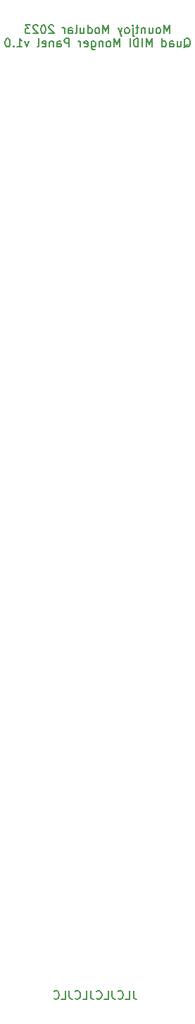
<source format=gbr>
G04 #@! TF.GenerationSoftware,KiCad,Pcbnew,(6.0.11)*
G04 #@! TF.CreationDate,2023-03-02T17:20:23+00:00*
G04 #@! TF.ProjectId,QMidiMonger_panel,514d6964-694d-46f6-9e67-65725f70616e,rev?*
G04 #@! TF.SameCoordinates,Original*
G04 #@! TF.FileFunction,Legend,Bot*
G04 #@! TF.FilePolarity,Positive*
%FSLAX46Y46*%
G04 Gerber Fmt 4.6, Leading zero omitted, Abs format (unit mm)*
G04 Created by KiCad (PCBNEW (6.0.11)) date 2023-03-02 17:20:23*
%MOMM*%
%LPD*%
G01*
G04 APERTURE LIST*
%ADD10C,0.150000*%
G04 APERTURE END LIST*
D10*
X120519047Y-155752380D02*
X120519047Y-156466666D01*
X120566666Y-156609523D01*
X120661904Y-156704761D01*
X120804761Y-156752380D01*
X120900000Y-156752380D01*
X119566666Y-156752380D02*
X120042857Y-156752380D01*
X120042857Y-155752380D01*
X118661904Y-156657142D02*
X118709523Y-156704761D01*
X118852380Y-156752380D01*
X118947619Y-156752380D01*
X119090476Y-156704761D01*
X119185714Y-156609523D01*
X119233333Y-156514285D01*
X119280952Y-156323809D01*
X119280952Y-156180952D01*
X119233333Y-155990476D01*
X119185714Y-155895238D01*
X119090476Y-155800000D01*
X118947619Y-155752380D01*
X118852380Y-155752380D01*
X118709523Y-155800000D01*
X118661904Y-155847619D01*
X117947619Y-155752380D02*
X117947619Y-156466666D01*
X117995238Y-156609523D01*
X118090476Y-156704761D01*
X118233333Y-156752380D01*
X118328571Y-156752380D01*
X116995238Y-156752380D02*
X117471428Y-156752380D01*
X117471428Y-155752380D01*
X116090476Y-156657142D02*
X116138095Y-156704761D01*
X116280952Y-156752380D01*
X116376190Y-156752380D01*
X116519047Y-156704761D01*
X116614285Y-156609523D01*
X116661904Y-156514285D01*
X116709523Y-156323809D01*
X116709523Y-156180952D01*
X116661904Y-155990476D01*
X116614285Y-155895238D01*
X116519047Y-155800000D01*
X116376190Y-155752380D01*
X116280952Y-155752380D01*
X116138095Y-155800000D01*
X116090476Y-155847619D01*
X115376190Y-155752380D02*
X115376190Y-156466666D01*
X115423809Y-156609523D01*
X115519047Y-156704761D01*
X115661904Y-156752380D01*
X115757142Y-156752380D01*
X114423809Y-156752380D02*
X114900000Y-156752380D01*
X114900000Y-155752380D01*
X113519047Y-156657142D02*
X113566666Y-156704761D01*
X113709523Y-156752380D01*
X113804761Y-156752380D01*
X113947619Y-156704761D01*
X114042857Y-156609523D01*
X114090476Y-156514285D01*
X114138095Y-156323809D01*
X114138095Y-156180952D01*
X114090476Y-155990476D01*
X114042857Y-155895238D01*
X113947619Y-155800000D01*
X113804761Y-155752380D01*
X113709523Y-155752380D01*
X113566666Y-155800000D01*
X113519047Y-155847619D01*
X112804761Y-155752380D02*
X112804761Y-156466666D01*
X112852380Y-156609523D01*
X112947619Y-156704761D01*
X113090476Y-156752380D01*
X113185714Y-156752380D01*
X111852380Y-156752380D02*
X112328571Y-156752380D01*
X112328571Y-155752380D01*
X110947619Y-156657142D02*
X110995238Y-156704761D01*
X111138095Y-156752380D01*
X111233333Y-156752380D01*
X111376190Y-156704761D01*
X111471428Y-156609523D01*
X111519047Y-156514285D01*
X111566666Y-156323809D01*
X111566666Y-156180952D01*
X111519047Y-155990476D01*
X111471428Y-155895238D01*
X111376190Y-155800000D01*
X111233333Y-155752380D01*
X111138095Y-155752380D01*
X110995238Y-155800000D01*
X110947619Y-155847619D01*
X124866666Y-41147380D02*
X124866666Y-40147380D01*
X124533333Y-40861666D01*
X124200000Y-40147380D01*
X124200000Y-41147380D01*
X123580952Y-41147380D02*
X123676190Y-41099761D01*
X123723809Y-41052142D01*
X123771428Y-40956904D01*
X123771428Y-40671190D01*
X123723809Y-40575952D01*
X123676190Y-40528333D01*
X123580952Y-40480714D01*
X123438095Y-40480714D01*
X123342857Y-40528333D01*
X123295238Y-40575952D01*
X123247619Y-40671190D01*
X123247619Y-40956904D01*
X123295238Y-41052142D01*
X123342857Y-41099761D01*
X123438095Y-41147380D01*
X123580952Y-41147380D01*
X122390476Y-40480714D02*
X122390476Y-41147380D01*
X122819047Y-40480714D02*
X122819047Y-41004523D01*
X122771428Y-41099761D01*
X122676190Y-41147380D01*
X122533333Y-41147380D01*
X122438095Y-41099761D01*
X122390476Y-41052142D01*
X121914285Y-40480714D02*
X121914285Y-41147380D01*
X121914285Y-40575952D02*
X121866666Y-40528333D01*
X121771428Y-40480714D01*
X121628571Y-40480714D01*
X121533333Y-40528333D01*
X121485714Y-40623571D01*
X121485714Y-41147380D01*
X121152380Y-40480714D02*
X120771428Y-40480714D01*
X121009523Y-40147380D02*
X121009523Y-41004523D01*
X120961904Y-41099761D01*
X120866666Y-41147380D01*
X120771428Y-41147380D01*
X120438095Y-40480714D02*
X120438095Y-41337857D01*
X120485714Y-41433095D01*
X120580952Y-41480714D01*
X120628571Y-41480714D01*
X120438095Y-40147380D02*
X120485714Y-40195000D01*
X120438095Y-40242619D01*
X120390476Y-40195000D01*
X120438095Y-40147380D01*
X120438095Y-40242619D01*
X119819047Y-41147380D02*
X119914285Y-41099761D01*
X119961904Y-41052142D01*
X120009523Y-40956904D01*
X120009523Y-40671190D01*
X119961904Y-40575952D01*
X119914285Y-40528333D01*
X119819047Y-40480714D01*
X119676190Y-40480714D01*
X119580952Y-40528333D01*
X119533333Y-40575952D01*
X119485714Y-40671190D01*
X119485714Y-40956904D01*
X119533333Y-41052142D01*
X119580952Y-41099761D01*
X119676190Y-41147380D01*
X119819047Y-41147380D01*
X119152380Y-40480714D02*
X118914285Y-41147380D01*
X118676190Y-40480714D02*
X118914285Y-41147380D01*
X119009523Y-41385476D01*
X119057142Y-41433095D01*
X119152380Y-41480714D01*
X117533333Y-41147380D02*
X117533333Y-40147380D01*
X117200000Y-40861666D01*
X116866666Y-40147380D01*
X116866666Y-41147380D01*
X116247619Y-41147380D02*
X116342857Y-41099761D01*
X116390476Y-41052142D01*
X116438095Y-40956904D01*
X116438095Y-40671190D01*
X116390476Y-40575952D01*
X116342857Y-40528333D01*
X116247619Y-40480714D01*
X116104761Y-40480714D01*
X116009523Y-40528333D01*
X115961904Y-40575952D01*
X115914285Y-40671190D01*
X115914285Y-40956904D01*
X115961904Y-41052142D01*
X116009523Y-41099761D01*
X116104761Y-41147380D01*
X116247619Y-41147380D01*
X115057142Y-41147380D02*
X115057142Y-40147380D01*
X115057142Y-41099761D02*
X115152380Y-41147380D01*
X115342857Y-41147380D01*
X115438095Y-41099761D01*
X115485714Y-41052142D01*
X115533333Y-40956904D01*
X115533333Y-40671190D01*
X115485714Y-40575952D01*
X115438095Y-40528333D01*
X115342857Y-40480714D01*
X115152380Y-40480714D01*
X115057142Y-40528333D01*
X114152380Y-40480714D02*
X114152380Y-41147380D01*
X114580952Y-40480714D02*
X114580952Y-41004523D01*
X114533333Y-41099761D01*
X114438095Y-41147380D01*
X114295238Y-41147380D01*
X114200000Y-41099761D01*
X114152380Y-41052142D01*
X113533333Y-41147380D02*
X113628571Y-41099761D01*
X113676190Y-41004523D01*
X113676190Y-40147380D01*
X112723809Y-41147380D02*
X112723809Y-40623571D01*
X112771428Y-40528333D01*
X112866666Y-40480714D01*
X113057142Y-40480714D01*
X113152380Y-40528333D01*
X112723809Y-41099761D02*
X112819047Y-41147380D01*
X113057142Y-41147380D01*
X113152380Y-41099761D01*
X113200000Y-41004523D01*
X113200000Y-40909285D01*
X113152380Y-40814047D01*
X113057142Y-40766428D01*
X112819047Y-40766428D01*
X112723809Y-40718809D01*
X112247619Y-41147380D02*
X112247619Y-40480714D01*
X112247619Y-40671190D02*
X112200000Y-40575952D01*
X112152380Y-40528333D01*
X112057142Y-40480714D01*
X111961904Y-40480714D01*
X110914285Y-40242619D02*
X110866666Y-40195000D01*
X110771428Y-40147380D01*
X110533333Y-40147380D01*
X110438095Y-40195000D01*
X110390476Y-40242619D01*
X110342857Y-40337857D01*
X110342857Y-40433095D01*
X110390476Y-40575952D01*
X110961904Y-41147380D01*
X110342857Y-41147380D01*
X109723809Y-40147380D02*
X109628571Y-40147380D01*
X109533333Y-40195000D01*
X109485714Y-40242619D01*
X109438095Y-40337857D01*
X109390476Y-40528333D01*
X109390476Y-40766428D01*
X109438095Y-40956904D01*
X109485714Y-41052142D01*
X109533333Y-41099761D01*
X109628571Y-41147380D01*
X109723809Y-41147380D01*
X109819047Y-41099761D01*
X109866666Y-41052142D01*
X109914285Y-40956904D01*
X109961904Y-40766428D01*
X109961904Y-40528333D01*
X109914285Y-40337857D01*
X109866666Y-40242619D01*
X109819047Y-40195000D01*
X109723809Y-40147380D01*
X109009523Y-40242619D02*
X108961904Y-40195000D01*
X108866666Y-40147380D01*
X108628571Y-40147380D01*
X108533333Y-40195000D01*
X108485714Y-40242619D01*
X108438095Y-40337857D01*
X108438095Y-40433095D01*
X108485714Y-40575952D01*
X109057142Y-41147380D01*
X108438095Y-41147380D01*
X108104761Y-40147380D02*
X107485714Y-40147380D01*
X107819047Y-40528333D01*
X107676190Y-40528333D01*
X107580952Y-40575952D01*
X107533333Y-40623571D01*
X107485714Y-40718809D01*
X107485714Y-40956904D01*
X107533333Y-41052142D01*
X107580952Y-41099761D01*
X107676190Y-41147380D01*
X107961904Y-41147380D01*
X108057142Y-41099761D01*
X108104761Y-41052142D01*
X126580952Y-42852619D02*
X126676190Y-42805000D01*
X126771428Y-42709761D01*
X126914285Y-42566904D01*
X127009523Y-42519285D01*
X127104761Y-42519285D01*
X127057142Y-42757380D02*
X127152380Y-42709761D01*
X127247619Y-42614523D01*
X127295238Y-42424047D01*
X127295238Y-42090714D01*
X127247619Y-41900238D01*
X127152380Y-41805000D01*
X127057142Y-41757380D01*
X126866666Y-41757380D01*
X126771428Y-41805000D01*
X126676190Y-41900238D01*
X126628571Y-42090714D01*
X126628571Y-42424047D01*
X126676190Y-42614523D01*
X126771428Y-42709761D01*
X126866666Y-42757380D01*
X127057142Y-42757380D01*
X125771428Y-42090714D02*
X125771428Y-42757380D01*
X126200000Y-42090714D02*
X126200000Y-42614523D01*
X126152380Y-42709761D01*
X126057142Y-42757380D01*
X125914285Y-42757380D01*
X125819047Y-42709761D01*
X125771428Y-42662142D01*
X124866666Y-42757380D02*
X124866666Y-42233571D01*
X124914285Y-42138333D01*
X125009523Y-42090714D01*
X125200000Y-42090714D01*
X125295238Y-42138333D01*
X124866666Y-42709761D02*
X124961904Y-42757380D01*
X125200000Y-42757380D01*
X125295238Y-42709761D01*
X125342857Y-42614523D01*
X125342857Y-42519285D01*
X125295238Y-42424047D01*
X125200000Y-42376428D01*
X124961904Y-42376428D01*
X124866666Y-42328809D01*
X123961904Y-42757380D02*
X123961904Y-41757380D01*
X123961904Y-42709761D02*
X124057142Y-42757380D01*
X124247619Y-42757380D01*
X124342857Y-42709761D01*
X124390476Y-42662142D01*
X124438095Y-42566904D01*
X124438095Y-42281190D01*
X124390476Y-42185952D01*
X124342857Y-42138333D01*
X124247619Y-42090714D01*
X124057142Y-42090714D01*
X123961904Y-42138333D01*
X122723809Y-42757380D02*
X122723809Y-41757380D01*
X122390476Y-42471666D01*
X122057142Y-41757380D01*
X122057142Y-42757380D01*
X121580952Y-42757380D02*
X121580952Y-41757380D01*
X121104761Y-42757380D02*
X121104761Y-41757380D01*
X120866666Y-41757380D01*
X120723809Y-41805000D01*
X120628571Y-41900238D01*
X120580952Y-41995476D01*
X120533333Y-42185952D01*
X120533333Y-42328809D01*
X120580952Y-42519285D01*
X120628571Y-42614523D01*
X120723809Y-42709761D01*
X120866666Y-42757380D01*
X121104761Y-42757380D01*
X120104761Y-42757380D02*
X120104761Y-41757380D01*
X118866666Y-42757380D02*
X118866666Y-41757380D01*
X118533333Y-42471666D01*
X118200000Y-41757380D01*
X118200000Y-42757380D01*
X117580952Y-42757380D02*
X117676190Y-42709761D01*
X117723809Y-42662142D01*
X117771428Y-42566904D01*
X117771428Y-42281190D01*
X117723809Y-42185952D01*
X117676190Y-42138333D01*
X117580952Y-42090714D01*
X117438095Y-42090714D01*
X117342857Y-42138333D01*
X117295238Y-42185952D01*
X117247619Y-42281190D01*
X117247619Y-42566904D01*
X117295238Y-42662142D01*
X117342857Y-42709761D01*
X117438095Y-42757380D01*
X117580952Y-42757380D01*
X116819047Y-42090714D02*
X116819047Y-42757380D01*
X116819047Y-42185952D02*
X116771428Y-42138333D01*
X116676190Y-42090714D01*
X116533333Y-42090714D01*
X116438095Y-42138333D01*
X116390476Y-42233571D01*
X116390476Y-42757380D01*
X115485714Y-42090714D02*
X115485714Y-42900238D01*
X115533333Y-42995476D01*
X115580952Y-43043095D01*
X115676190Y-43090714D01*
X115819047Y-43090714D01*
X115914285Y-43043095D01*
X115485714Y-42709761D02*
X115580952Y-42757380D01*
X115771428Y-42757380D01*
X115866666Y-42709761D01*
X115914285Y-42662142D01*
X115961904Y-42566904D01*
X115961904Y-42281190D01*
X115914285Y-42185952D01*
X115866666Y-42138333D01*
X115771428Y-42090714D01*
X115580952Y-42090714D01*
X115485714Y-42138333D01*
X114628571Y-42709761D02*
X114723809Y-42757380D01*
X114914285Y-42757380D01*
X115009523Y-42709761D01*
X115057142Y-42614523D01*
X115057142Y-42233571D01*
X115009523Y-42138333D01*
X114914285Y-42090714D01*
X114723809Y-42090714D01*
X114628571Y-42138333D01*
X114580952Y-42233571D01*
X114580952Y-42328809D01*
X115057142Y-42424047D01*
X114152380Y-42757380D02*
X114152380Y-42090714D01*
X114152380Y-42281190D02*
X114104761Y-42185952D01*
X114057142Y-42138333D01*
X113961904Y-42090714D01*
X113866666Y-42090714D01*
X112771428Y-42757380D02*
X112771428Y-41757380D01*
X112390476Y-41757380D01*
X112295238Y-41805000D01*
X112247619Y-41852619D01*
X112200000Y-41947857D01*
X112200000Y-42090714D01*
X112247619Y-42185952D01*
X112295238Y-42233571D01*
X112390476Y-42281190D01*
X112771428Y-42281190D01*
X111342857Y-42757380D02*
X111342857Y-42233571D01*
X111390476Y-42138333D01*
X111485714Y-42090714D01*
X111676190Y-42090714D01*
X111771428Y-42138333D01*
X111342857Y-42709761D02*
X111438095Y-42757380D01*
X111676190Y-42757380D01*
X111771428Y-42709761D01*
X111819047Y-42614523D01*
X111819047Y-42519285D01*
X111771428Y-42424047D01*
X111676190Y-42376428D01*
X111438095Y-42376428D01*
X111342857Y-42328809D01*
X110866666Y-42090714D02*
X110866666Y-42757380D01*
X110866666Y-42185952D02*
X110819047Y-42138333D01*
X110723809Y-42090714D01*
X110580952Y-42090714D01*
X110485714Y-42138333D01*
X110438095Y-42233571D01*
X110438095Y-42757380D01*
X109580952Y-42709761D02*
X109676190Y-42757380D01*
X109866666Y-42757380D01*
X109961904Y-42709761D01*
X110009523Y-42614523D01*
X110009523Y-42233571D01*
X109961904Y-42138333D01*
X109866666Y-42090714D01*
X109676190Y-42090714D01*
X109580952Y-42138333D01*
X109533333Y-42233571D01*
X109533333Y-42328809D01*
X110009523Y-42424047D01*
X108961904Y-42757380D02*
X109057142Y-42709761D01*
X109104761Y-42614523D01*
X109104761Y-41757380D01*
X107914285Y-42090714D02*
X107676190Y-42757380D01*
X107438095Y-42090714D01*
X106533333Y-42757380D02*
X107104761Y-42757380D01*
X106819047Y-42757380D02*
X106819047Y-41757380D01*
X106914285Y-41900238D01*
X107009523Y-41995476D01*
X107104761Y-42043095D01*
X106104761Y-42662142D02*
X106057142Y-42709761D01*
X106104761Y-42757380D01*
X106152380Y-42709761D01*
X106104761Y-42662142D01*
X106104761Y-42757380D01*
X105438095Y-41757380D02*
X105342857Y-41757380D01*
X105247619Y-41805000D01*
X105200000Y-41852619D01*
X105152380Y-41947857D01*
X105104761Y-42138333D01*
X105104761Y-42376428D01*
X105152380Y-42566904D01*
X105200000Y-42662142D01*
X105247619Y-42709761D01*
X105342857Y-42757380D01*
X105438095Y-42757380D01*
X105533333Y-42709761D01*
X105580952Y-42662142D01*
X105628571Y-42566904D01*
X105676190Y-42376428D01*
X105676190Y-42138333D01*
X105628571Y-41947857D01*
X105580952Y-41852619D01*
X105533333Y-41805000D01*
X105438095Y-41757380D01*
M02*

</source>
